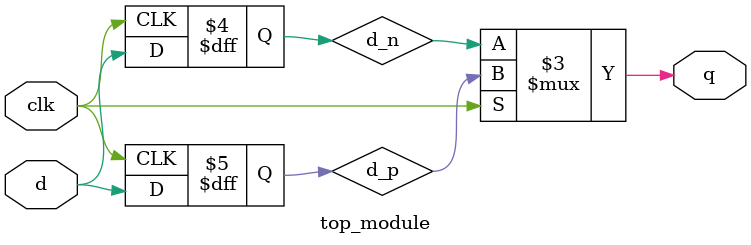
<source format=v>
module top_module (
    input clk,
    input d,
    output  q
);
    reg d_p,d_n;
    always @ (posedge clk)
       d_p<=d;
    always@(negedge clk)
         d_n<=d;
    assign q=(clk)? d_p:d_n;
    
    

endmodule

</source>
